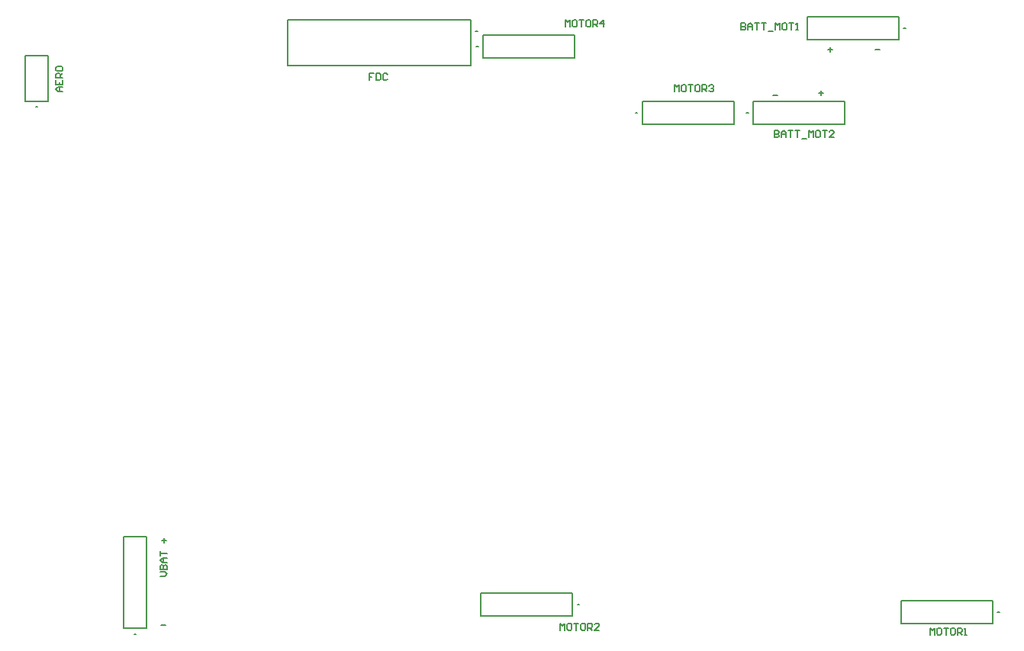
<source format=gto>
G04*
G04 #@! TF.GenerationSoftware,Altium Limited,Altium Designer,21.9.2 (33)*
G04*
G04 Layer_Color=65535*
%FSLAX25Y25*%
%MOIN*%
G70*
G04*
G04 #@! TF.SameCoordinates,1158F630-F6B0-42DE-A473-F25834DE5FAC*
G04*
G04*
G04 #@! TF.FilePolarity,Positive*
G04*
G01*
G75*
%ADD10C,0.00787*%
%ADD11C,0.00700*%
D10*
X247453Y266000D02*
X246665D01*
X247453D01*
X55394Y232941D02*
X54606D01*
X55394D01*
X434453Y267500D02*
X433665D01*
X434453D01*
X475453Y12000D02*
X474665D01*
X475453D01*
X291953Y15500D02*
X291165D01*
X291953D01*
X98394Y2441D02*
X97606D01*
X98394D01*
X317335Y230500D02*
X316547D01*
X317335D01*
X247835Y259500D02*
X247047D01*
X247835D01*
X365835Y230500D02*
X365047D01*
X365835D01*
X244500Y251000D02*
Y271000D01*
X164500Y251000D02*
Y271000D01*
Y251000D02*
X244500D01*
X164500Y271000D02*
X244500D01*
X50000Y235500D02*
X60000D01*
X50000Y255500D02*
X60000D01*
X50000Y235500D02*
Y255500D01*
X60000Y235500D02*
Y255500D01*
X391500Y272500D02*
X431500D01*
X391500Y262500D02*
X431500D01*
X391500D02*
Y272500D01*
X431500Y262500D02*
Y272500D01*
X472500Y7000D02*
Y17000D01*
X432500Y7000D02*
Y17000D01*
Y7000D02*
X472500D01*
X432500Y17000D02*
X472500D01*
X289000Y10500D02*
Y20500D01*
X249000Y10500D02*
Y20500D01*
Y10500D02*
X289000D01*
X249000Y20500D02*
X289000D01*
X93000Y5000D02*
X103000D01*
X93000Y45000D02*
X103000D01*
X93000Y5000D02*
Y45000D01*
X103000Y5000D02*
Y45000D01*
X319500Y225500D02*
Y235500D01*
X359500Y225500D02*
Y235500D01*
X319500D02*
X359500D01*
X319500Y225500D02*
X359500D01*
X250000Y254500D02*
Y264500D01*
X290000Y254500D02*
Y264500D01*
X250000D02*
X290000D01*
X250000Y254500D02*
X290000D01*
X368000Y225500D02*
Y235500D01*
X408000Y225500D02*
Y235500D01*
X368000D02*
X408000D01*
X368000Y225500D02*
X408000D01*
D11*
X109660Y43419D02*
X111659D01*
X110659Y44418D02*
Y42419D01*
X109416Y6464D02*
X111415D01*
X376700Y238200D02*
X378699D01*
X396700Y239200D02*
X398699D01*
X397700Y240199D02*
Y238200D01*
X421200Y258200D02*
X423199D01*
X400700Y258200D02*
X402699D01*
X401700Y259199D02*
Y257200D01*
X66300Y239700D02*
X64301D01*
X63301Y240700D01*
X64301Y241699D01*
X66300D01*
X64801D01*
Y239700D01*
X63301Y244698D02*
Y242699D01*
X66300D01*
Y244698D01*
X64801Y242699D02*
Y243699D01*
X66300Y245698D02*
X63301D01*
Y247198D01*
X63801Y247697D01*
X64801D01*
X65300Y247198D01*
Y245698D01*
Y246698D02*
X66300Y247697D01*
X63301Y250197D02*
Y249197D01*
X63801Y248697D01*
X65800D01*
X66300Y249197D01*
Y250197D01*
X65800Y250696D01*
X63801D01*
X63301Y250197D01*
X202199Y247699D02*
X200200D01*
Y246199D01*
X201200D01*
X200200D01*
Y244700D01*
X203199Y247699D02*
Y244700D01*
X204699D01*
X205198Y245200D01*
Y247199D01*
X204699Y247699D01*
X203199D01*
X208197Y247199D02*
X207698Y247699D01*
X206698D01*
X206198Y247199D01*
Y245200D01*
X206698Y244700D01*
X207698D01*
X208197Y245200D01*
X333700Y239700D02*
Y242699D01*
X334700Y241699D01*
X335699Y242699D01*
Y239700D01*
X338198Y242699D02*
X337199D01*
X336699Y242199D01*
Y240200D01*
X337199Y239700D01*
X338198D01*
X338698Y240200D01*
Y242199D01*
X338198Y242699D01*
X339698D02*
X341697D01*
X340698D01*
Y239700D01*
X344197Y242699D02*
X343197D01*
X342697Y242199D01*
Y240200D01*
X343197Y239700D01*
X344197D01*
X344696Y240200D01*
Y242199D01*
X344197Y242699D01*
X345696Y239700D02*
Y242699D01*
X347196D01*
X347695Y242199D01*
Y241199D01*
X347196Y240700D01*
X345696D01*
X346696D02*
X347695Y239700D01*
X348695Y242199D02*
X349195Y242699D01*
X350195D01*
X350694Y242199D01*
Y241699D01*
X350195Y241199D01*
X349695D01*
X350195D01*
X350694Y240700D01*
Y240200D01*
X350195Y239700D01*
X349195D01*
X348695Y240200D01*
X377200Y222699D02*
Y219700D01*
X378699D01*
X379199Y220200D01*
Y220700D01*
X378699Y221199D01*
X377200D01*
X378699D01*
X379199Y221699D01*
Y222199D01*
X378699Y222699D01*
X377200D01*
X380199Y219700D02*
Y221699D01*
X381199Y222699D01*
X382198Y221699D01*
Y219700D01*
Y221199D01*
X380199D01*
X383198Y222699D02*
X385197D01*
X384198D01*
Y219700D01*
X386197Y222699D02*
X388196D01*
X387197D01*
Y219700D01*
X389196Y219200D02*
X391196D01*
X392195Y219700D02*
Y222699D01*
X393195Y221699D01*
X394195Y222699D01*
Y219700D01*
X396694Y222699D02*
X395694D01*
X395194Y222199D01*
Y220200D01*
X395694Y219700D01*
X396694D01*
X397194Y220200D01*
Y222199D01*
X396694Y222699D01*
X398193D02*
X400193D01*
X399193D01*
Y219700D01*
X403192D02*
X401192D01*
X403192Y221699D01*
Y222199D01*
X402692Y222699D01*
X401692D01*
X401192Y222199D01*
X362700Y269699D02*
Y266700D01*
X364199D01*
X364699Y267200D01*
Y267700D01*
X364199Y268199D01*
X362700D01*
X364199D01*
X364699Y268699D01*
Y269199D01*
X364199Y269699D01*
X362700D01*
X365699Y266700D02*
Y268699D01*
X366699Y269699D01*
X367698Y268699D01*
Y266700D01*
Y268199D01*
X365699D01*
X368698Y269699D02*
X370697D01*
X369698D01*
Y266700D01*
X371697Y269699D02*
X373696D01*
X372697D01*
Y266700D01*
X374696Y266200D02*
X376695D01*
X377695Y266700D02*
Y269699D01*
X378695Y268699D01*
X379695Y269699D01*
Y266700D01*
X382194Y269699D02*
X381194D01*
X380694Y269199D01*
Y267200D01*
X381194Y266700D01*
X382194D01*
X382694Y267200D01*
Y269199D01*
X382194Y269699D01*
X383693D02*
X385693D01*
X384693D01*
Y266700D01*
X386692D02*
X387692D01*
X387192D01*
Y269699D01*
X386692Y269199D01*
X286025Y267906D02*
Y270905D01*
X287025Y269905D01*
X288025Y270905D01*
Y267906D01*
X290524Y270905D02*
X289524D01*
X289024Y270405D01*
Y268406D01*
X289524Y267906D01*
X290524D01*
X291024Y268406D01*
Y270405D01*
X290524Y270905D01*
X292023D02*
X294023D01*
X293023D01*
Y267906D01*
X296522Y270905D02*
X295522D01*
X295022Y270405D01*
Y268406D01*
X295522Y267906D01*
X296522D01*
X297022Y268406D01*
Y270405D01*
X296522Y270905D01*
X298021Y267906D02*
Y270905D01*
X299521D01*
X300021Y270405D01*
Y269405D01*
X299521Y268905D01*
X298021D01*
X299021D02*
X300021Y267906D01*
X302520D02*
Y270905D01*
X301021Y269405D01*
X303020D01*
X445200Y2200D02*
Y5199D01*
X446200Y4199D01*
X447199Y5199D01*
Y2200D01*
X449698Y5199D02*
X448699D01*
X448199Y4699D01*
Y2700D01*
X448699Y2200D01*
X449698D01*
X450198Y2700D01*
Y4699D01*
X449698Y5199D01*
X451198D02*
X453197D01*
X452198D01*
Y2200D01*
X455697Y5199D02*
X454697D01*
X454197Y4699D01*
Y2700D01*
X454697Y2200D01*
X455697D01*
X456196Y2700D01*
Y4699D01*
X455697Y5199D01*
X457196Y2200D02*
Y5199D01*
X458696D01*
X459196Y4699D01*
Y3700D01*
X458696Y3200D01*
X457196D01*
X458196D02*
X459196Y2200D01*
X460195D02*
X461195D01*
X460695D01*
Y5199D01*
X460195Y4699D01*
X283700Y4200D02*
Y7199D01*
X284700Y6199D01*
X285699Y7199D01*
Y4200D01*
X288198Y7199D02*
X287199D01*
X286699Y6699D01*
Y4700D01*
X287199Y4200D01*
X288198D01*
X288698Y4700D01*
Y6699D01*
X288198Y7199D01*
X289698D02*
X291697D01*
X290698D01*
Y4200D01*
X294197Y7199D02*
X293197D01*
X292697Y6699D01*
Y4700D01*
X293197Y4200D01*
X294197D01*
X294696Y4700D01*
Y6699D01*
X294197Y7199D01*
X295696Y4200D02*
Y7199D01*
X297196D01*
X297695Y6699D01*
Y5700D01*
X297196Y5200D01*
X295696D01*
X296696D02*
X297695Y4200D01*
X300694D02*
X298695D01*
X300694Y6199D01*
Y6699D01*
X300195Y7199D01*
X299195D01*
X298695Y6699D01*
X108801Y27700D02*
X110800D01*
X111800Y28700D01*
X110800Y29699D01*
X108801D01*
Y30699D02*
X111800D01*
Y32199D01*
X111300Y32698D01*
X110800D01*
X110301Y32199D01*
Y30699D01*
Y32199D01*
X109801Y32698D01*
X109301D01*
X108801Y32199D01*
Y30699D01*
X111800Y33698D02*
X109801D01*
X108801Y34698D01*
X109801Y35697D01*
X111800D01*
X110301D01*
Y33698D01*
X108801Y36697D02*
Y38696D01*
Y37697D01*
X111800D01*
M02*

</source>
